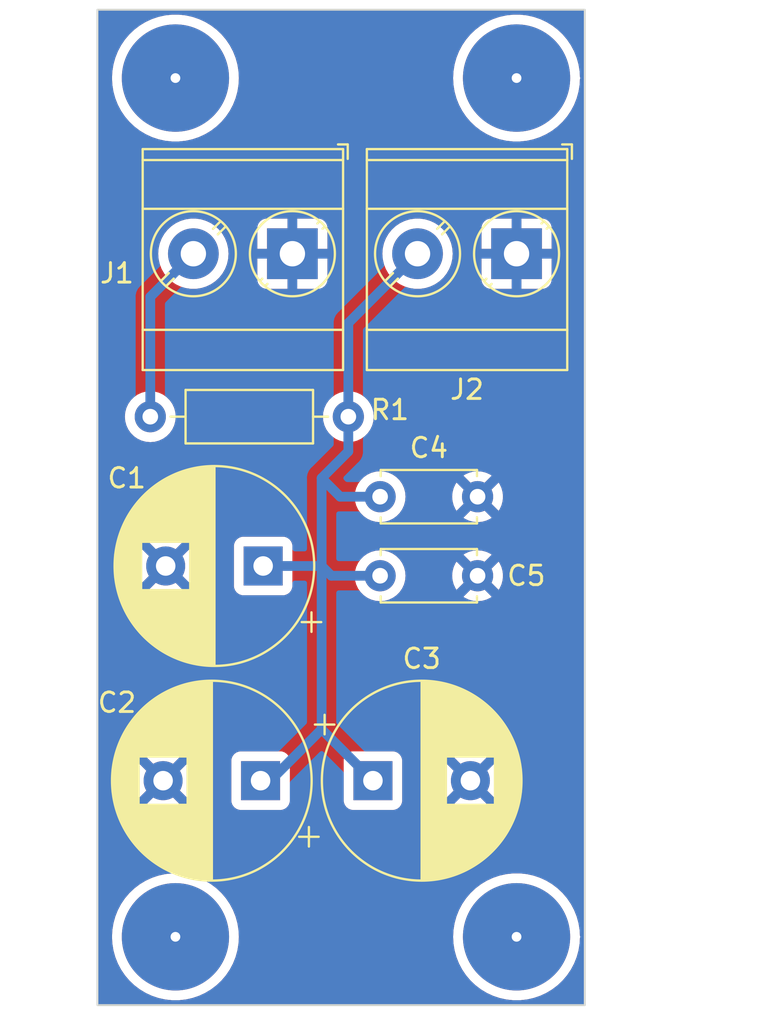
<source format=kicad_pcb>
(kicad_pcb (version 20221018) (generator pcbnew)
  (layers (0 "F.Cu" signal) (31 "B.Cu" signal) (34 "B.Paste" user) (35 "F.Paste" user) (36 "B.SilkS" user "B.Silkscreen") (37 "F.SilkS" user "F.Silkscreen") (38 "B.Mask" user) (39 "F.Mask" user) (44 "Edge.Cuts" user))
  (net 0 "")
  (net 1 "Net-(J2-Pin_2)")
  (net 2 "GND")
  (net 3 "Net-(J1-Pin_2)")
  (footprint "Capacitor_THT:CP_Radial_D10.0mm_P5.00mm" (layer "F.Cu") (at 142.5 103 180)
    (fp_text reference "C1" (at 7 4.5) (layer "F.SilkS"))
    (fp_text value "1000u")
    (pad "1" thru_hole rect (at 0 0 180) (size 2 2) (drill 1) (layers "*.Cu" "*.Mask") (net 1 "Net-(J2-Pin_2)"))
    (pad "2" thru_hole circle (at 5 0 180) (size 2 2) (drill 1) (layers "*.Cu" "*.Mask") (net 2 "GND"))
  )
  (footprint "Capacitor_THT:CP_Radial_D10.0mm_P5.00mm" (layer "F.Cu") (at 142.367677 114 180)
    (fp_text reference "C2" (at 7.367677 4) (layer "F.SilkS"))
    (fp_text value "1000u")
    (pad "1" thru_hole rect (at 0 0 180) (size 2 2) (drill 1) (layers "*.Cu" "*.Mask") (net 1 "Net-(J2-Pin_2)"))
    (pad "2" thru_hole circle (at 5 0 180) (size 2 2) (drill 1) (layers "*.Cu" "*.Mask") (net 2 "GND"))
  )
  (footprint "Resistor_THT:R_Axial_DIN0207_L6.3mm_D2.5mm_P10.16mm_Horizontal" (layer "F.Cu") (at 136.71 95.35)
    (fp_text reference "R1" (at 12.29 -0.35) (layer "F.SilkS"))
    (fp_text value "R")
    (pad "1" thru_hole circle (at 0 0) (size 1.6 1.6) (drill 0.8) (layers "*.Cu" "*.Mask") (net 3 "Net-(J1-Pin_2)"))
    (pad "2" thru_hole oval (at 10.16 0) (size 1.6 1.6) (drill 0.8) (layers "*.Cu" "*.Mask") (net 1 "Net-(J2-Pin_2)"))
  )
  (footprint "Capacitor_THT:CP_Radial_D10.0mm_P5.00mm" (layer "F.Cu") (at 148.132323 114)
    (fp_text reference "C3" (at 2.5 -6.25) (layer "F.SilkS"))
    (fp_text value "1000u")
    (pad "1" thru_hole rect (at 0 0) (size 2 2) (drill 1) (layers "*.Cu" "*.Mask") (net 1 "Net-(J2-Pin_2)"))
    (pad "2" thru_hole circle (at 5 0) (size 2 2) (drill 1) (layers "*.Cu" "*.Mask") (net 2 "GND"))
  )
  (footprint "Capacitor_THT:C_Disc_D4.7mm_W2.5mm_P5.00mm" (layer "F.Cu") (at 148.5 103.5)
    (fp_text reference "C5" (at 7.5 0) (layer "F.SilkS"))
    (fp_text value "100u")
    (pad "1" thru_hole circle (at 0 0) (size 1.6 1.6) (drill 0.8) (layers "*.Cu" "*.Mask") (net 1 "Net-(J2-Pin_2)"))
    (pad "2" thru_hole circle (at 5 0) (size 1.6 1.6) (drill 0.8) (layers "*.Cu" "*.Mask") (net 2 "GND"))
  )
  (footprint "Capacitor_THT:C_Disc_D4.7mm_W2.5mm_P5.00mm" (layer "F.Cu") (at 148.5 99.45)
    (fp_text reference "C4" (at 2.5 -2.5) (layer "F.SilkS"))
    (fp_text value "100u")
    (pad "1" thru_hole circle (at 0 0) (size 1.6 1.6) (drill 0.8) (layers "*.Cu" "*.Mask") (net 1 "Net-(J2-Pin_2)"))
    (pad "2" thru_hole circle (at 5 0) (size 1.6 1.6) (drill 0.8) (layers "*.Cu" "*.Mask") (net 2 "GND"))
  )
  (footprint "TerminalBlock_Phoenix:TerminalBlock_Phoenix_MKDS-3-2-5.08_1x02_P5.08mm_Horizontal" (layer "F.Cu") (at 155.5 87 180)
    (fp_text reference "J2" (at 2.54 -6.96) (layer "F.SilkS"))
    (fp_text value "Screw_Terminal_01x02")
    (pad "1" thru_hole rect (at 0 0 180) (size 2.6 2.6) (drill 1.3) (layers "*.Cu" "*.Mask") (net 2 "GND"))
    (pad "2" thru_hole circle (at 5.08 0 180) (size 2.6 2.6) (drill 1.3) (layers "*.Cu" "*.Mask") (net 1 "Net-(J2-Pin_2)"))
  )
  (footprint "TerminalBlock_Phoenix:TerminalBlock_Phoenix_MKDS-3-2-5.08_1x02_P5.08mm_Horizontal" (layer "F.Cu") (at 144 87 180)
    (fp_text reference "J1" (at 9 -1) (layer "F.SilkS"))
    (fp_text value "Screw_Terminal_01x02")
    (pad "1" thru_hole rect (at 0 0 180) (size 2.6 2.6) (drill 1.3) (layers "*.Cu" "*.Mask") (net 2 "GND"))
    (pad "2" thru_hole circle (at 5.08 0 180) (size 2.6 2.6) (drill 1.3) (layers "*.Cu" "*.Mask") (net 3 "Net-(J1-Pin_2)"))
  )
  (gr_rect (start 134 74.5) (end 159 125.5) (stroke (width 0.1)) (fill none) (layer "Edge.Cuts"))
  (via (at 138 122) (size 5.5) (drill 0.5) (layers "F.Cu" "B.Cu") (net 0))
  (via (at 138 78) (size 5.5) (drill 0.5) (layers "F.Cu" "B.Cu") (net 0))
  (via (at 155.5 122) (size 5.5) (drill 0.5) (layers "F.Cu" "B.Cu") (net 0))
  (via (at 155.5 78) (size 5.5) (drill 0.5) (layers "F.Cu" "B.Cu") (net 0))
  (segment (start 142.5 103) (end 145.5 103) (width 0.5) (layer "B.Cu") (net 1))
  (segment (start 146.45 99.45) (end 145.5 98.5) (width 0.5) (layer "B.Cu") (net 1))
  (segment (start 148.5 103.5) (end 146 103.5) (width 0.5) (layer "B.Cu") (net 1))
  (segment (start 145.5 111.367677) (end 148.132323 114) (width 0.5) (layer "B.Cu") (net 1))
  (segment (start 146.87 95.35) (end 146.87 90.55) (width 0.5) (layer "B.Cu") (net 1))
  (segment (start 142.867677 114) (end 145.5 111.367677) (width 0.5) (layer "B.Cu") (net 1))
  (segment (start 146.87 97.13) (end 145.5 98.5) (width 0.5) (layer "B.Cu") (net 1))
  (segment (start 142.367677 114) (end 142.867677 114) (width 0.5) (layer "B.Cu") (net 1))
  (segment (start 145.5 98.5) (end 145.5 103) (width 0.5) (layer "B.Cu") (net 1))
  (segment (start 146.87 90.55) (end 150.42 87) (width 0.5) (layer "B.Cu") (net 1))
  (segment (start 146 103.5) (end 145.5 103) (width 0.5) (layer "B.Cu") (net 1))
  (segment (start 146.87 95.35) (end 146.87 97.13) (width 0.5) (layer "B.Cu") (net 1))
  (segment (start 145.5 103) (end 145.5 111.367677) (width 0.5) (layer "B.Cu") (net 1))
  (segment (start 148.5 99.45) (end 146.45 99.45) (width 0.5) (layer "B.Cu") (net 1))
  (segment (start 136.71 89.21) (end 138.92 87) (width 0.5) (layer "B.Cu") (net 3))
  (segment (start 136.71 95.35) (end 136.71 89.21) (width 0.5) (layer "B.Cu") (net 3))
  (zone (net 2) (net_name "GND") (layers "F&B.Cu") (connect_pads (clearance 0.5)) (min_thickness 0.25) (fill yes (thermal_gap 0.5) (thermal_bridge_width 0.5))
    (polygon (pts (xy 129 74) (xy 168 74) (xy 168 126.5) (xy 129 126.5)))
  )
)
</source>
